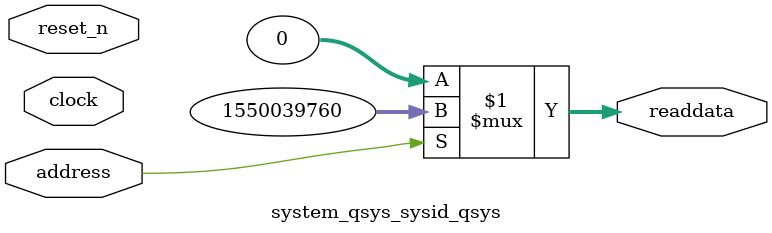
<source format=v>

`timescale 1ns / 1ps
// synthesis translate_on

// turn off superfluous verilog processor warnings 
// altera message_level Level1 
// altera message_off 10034 10035 10036 10037 10230 10240 10030 

module system_qsys_sysid_qsys (
               // inputs:
                address,
                clock,
                reset_n,

               // outputs:
                readdata
             )
;

  output  [ 31: 0] readdata;
  input            address;
  input            clock;
  input            reset_n;

  wire    [ 31: 0] readdata;
  //control_slave, which is an e_avalon_slave
  assign readdata = address ? 1550039760 : 0;

endmodule




</source>
